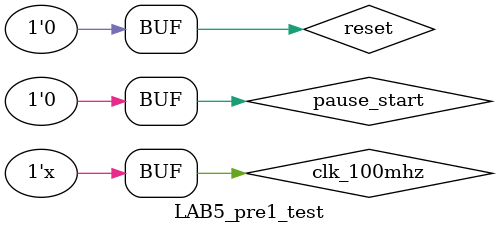
<source format=v>
`timescale 1ps / 1ps

module LAB5_pre1_test();
    wire [ 7:0] cathode;
    wire [ 3:0] anode;
    wire [15:0] led;
    wire        state;
    reg         pause_start;
    reg         reset;
    reg         clk_100mhz;

    LAB5_pre1 DUT(
        .cathode(cathode),
        .anode(anode),
        .led(led),
        .state(state),
        .pause_start(pause_start),
        .reset(reset),
        .clk_100mhz(clk_100mhz)
        );

    always #1 clk_100mhz = ~clk_100mhz;

    initial #00_0000 pause_start = 0;
    initial #00_0000 reset = 0;
    initial #00_0000 clk_100mhz = 0;
    
    initial #01_0000 reset = 1;
    initial #02_0000 reset = 0;
    
    initial #03_0000 pause_start = 1;
    initial #04_0000 pause_start = 0;

    initial #05_0000 pause_start = 1;
    initial #06_0000 pause_start = 0;
    
    initial #07_0000 reset = 1;
    initial #08_0000 reset = 0;

    initial #09_0000 pause_start = 1;
    initial #10_0000 pause_start = 0;

    initial #11_0000 pause_start = 1;
    initial #12_0000 pause_start = 0;

    initial #13_0000 pause_start = 1;
    initial #14_0000 pause_start = 0;

    initial #15_0000 reset = 1;
    initial #16_0000 reset = 0;

endmodule
</source>
